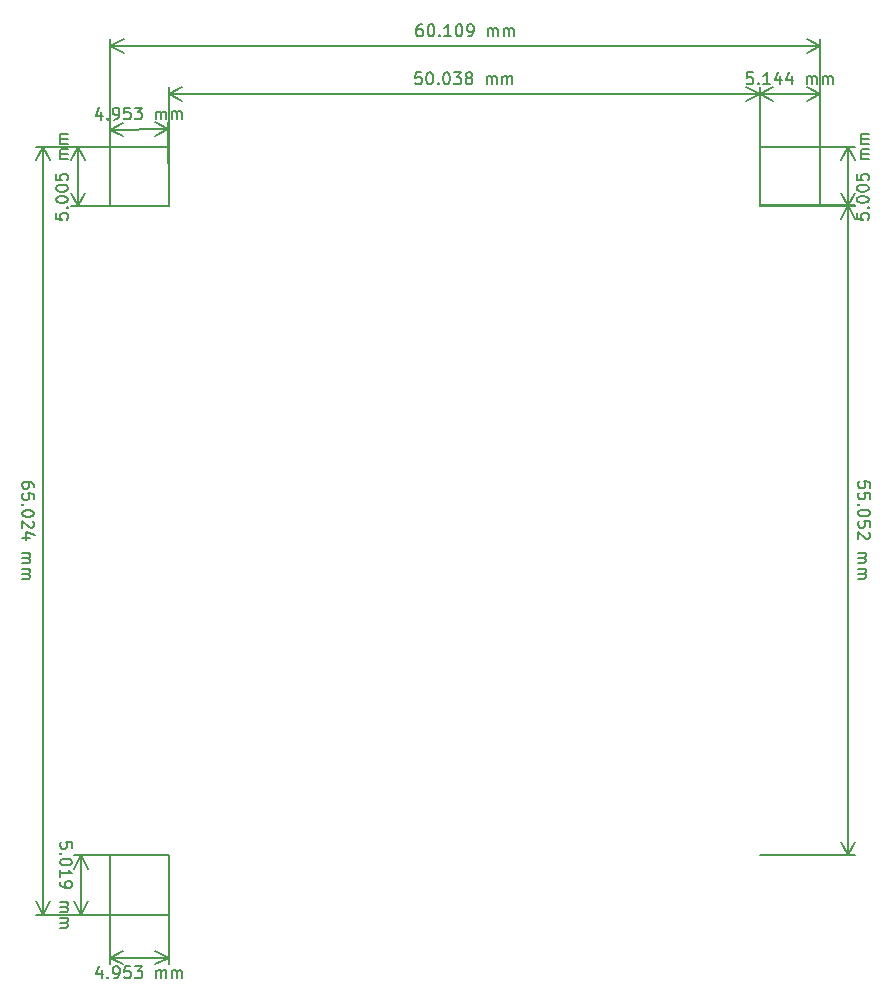
<source format=gbr>
G04 #@! TF.GenerationSoftware,KiCad,Pcbnew,(5.1.2-1)-1*
G04 #@! TF.CreationDate,2019-06-15T18:23:21+02:00*
G04 #@! TF.ProjectId,laser_control,6c617365-725f-4636-9f6e-74726f6c2e6b,rev?*
G04 #@! TF.SameCoordinates,Original*
G04 #@! TF.FileFunction,Drawing*
%FSLAX46Y46*%
G04 Gerber Fmt 4.6, Leading zero omitted, Abs format (unit mm)*
G04 Created by KiCad (PCBNEW (5.1.2-1)-1) date 2019-06-15 18:23:21*
%MOMM*%
%LPD*%
G04 APERTURE LIST*
%ADD10C,0.150000*%
G04 APERTURE END LIST*
D10*
X161407380Y-67240357D02*
X161407380Y-67716547D01*
X161883571Y-67764166D01*
X161835952Y-67716547D01*
X161788333Y-67621309D01*
X161788333Y-67383214D01*
X161835952Y-67287976D01*
X161883571Y-67240357D01*
X161978809Y-67192738D01*
X162216904Y-67192738D01*
X162312142Y-67240357D01*
X162359761Y-67287976D01*
X162407380Y-67383214D01*
X162407380Y-67621309D01*
X162359761Y-67716547D01*
X162312142Y-67764166D01*
X162312142Y-66764166D02*
X162359761Y-66716547D01*
X162407380Y-66764166D01*
X162359761Y-66811785D01*
X162312142Y-66764166D01*
X162407380Y-66764166D01*
X161407380Y-66097500D02*
X161407380Y-66002261D01*
X161455000Y-65907023D01*
X161502619Y-65859404D01*
X161597857Y-65811785D01*
X161788333Y-65764166D01*
X162026428Y-65764166D01*
X162216904Y-65811785D01*
X162312142Y-65859404D01*
X162359761Y-65907023D01*
X162407380Y-66002261D01*
X162407380Y-66097500D01*
X162359761Y-66192738D01*
X162312142Y-66240357D01*
X162216904Y-66287976D01*
X162026428Y-66335595D01*
X161788333Y-66335595D01*
X161597857Y-66287976D01*
X161502619Y-66240357D01*
X161455000Y-66192738D01*
X161407380Y-66097500D01*
X161407380Y-65145119D02*
X161407380Y-65049880D01*
X161455000Y-64954642D01*
X161502619Y-64907023D01*
X161597857Y-64859404D01*
X161788333Y-64811785D01*
X162026428Y-64811785D01*
X162216904Y-64859404D01*
X162312142Y-64907023D01*
X162359761Y-64954642D01*
X162407380Y-65049880D01*
X162407380Y-65145119D01*
X162359761Y-65240357D01*
X162312142Y-65287976D01*
X162216904Y-65335595D01*
X162026428Y-65383214D01*
X161788333Y-65383214D01*
X161597857Y-65335595D01*
X161502619Y-65287976D01*
X161455000Y-65240357D01*
X161407380Y-65145119D01*
X161407380Y-63907023D02*
X161407380Y-64383214D01*
X161883571Y-64430833D01*
X161835952Y-64383214D01*
X161788333Y-64287976D01*
X161788333Y-64049880D01*
X161835952Y-63954642D01*
X161883571Y-63907023D01*
X161978809Y-63859404D01*
X162216904Y-63859404D01*
X162312142Y-63907023D01*
X162359761Y-63954642D01*
X162407380Y-64049880D01*
X162407380Y-64287976D01*
X162359761Y-64383214D01*
X162312142Y-64430833D01*
X162407380Y-62668928D02*
X161740714Y-62668928D01*
X161835952Y-62668928D02*
X161788333Y-62621309D01*
X161740714Y-62526071D01*
X161740714Y-62383214D01*
X161788333Y-62287976D01*
X161883571Y-62240357D01*
X162407380Y-62240357D01*
X161883571Y-62240357D02*
X161788333Y-62192738D01*
X161740714Y-62097500D01*
X161740714Y-61954642D01*
X161788333Y-61859404D01*
X161883571Y-61811785D01*
X162407380Y-61811785D01*
X162407380Y-61335595D02*
X161740714Y-61335595D01*
X161835952Y-61335595D02*
X161788333Y-61287976D01*
X161740714Y-61192738D01*
X161740714Y-61049880D01*
X161788333Y-60954642D01*
X161883571Y-60907023D01*
X162407380Y-60907023D01*
X161883571Y-60907023D02*
X161788333Y-60859404D01*
X161740714Y-60764166D01*
X161740714Y-60621309D01*
X161788333Y-60526071D01*
X161883571Y-60478452D01*
X162407380Y-60478452D01*
X160655000Y-66600000D02*
X160655000Y-61595000D01*
X153162000Y-66600000D02*
X161241421Y-66600000D01*
X153162000Y-61595000D02*
X161241421Y-61595000D01*
X160655000Y-61595000D02*
X161241421Y-62721504D01*
X160655000Y-61595000D02*
X160068579Y-62721504D01*
X160655000Y-66600000D02*
X161241421Y-65473496D01*
X160655000Y-66600000D02*
X160068579Y-65473496D01*
X152590892Y-55302380D02*
X152114702Y-55302380D01*
X152067083Y-55778571D01*
X152114702Y-55730952D01*
X152209940Y-55683333D01*
X152448035Y-55683333D01*
X152543273Y-55730952D01*
X152590892Y-55778571D01*
X152638511Y-55873809D01*
X152638511Y-56111904D01*
X152590892Y-56207142D01*
X152543273Y-56254761D01*
X152448035Y-56302380D01*
X152209940Y-56302380D01*
X152114702Y-56254761D01*
X152067083Y-56207142D01*
X153067083Y-56207142D02*
X153114702Y-56254761D01*
X153067083Y-56302380D01*
X153019464Y-56254761D01*
X153067083Y-56207142D01*
X153067083Y-56302380D01*
X154067083Y-56302380D02*
X153495654Y-56302380D01*
X153781369Y-56302380D02*
X153781369Y-55302380D01*
X153686130Y-55445238D01*
X153590892Y-55540476D01*
X153495654Y-55588095D01*
X154924226Y-55635714D02*
X154924226Y-56302380D01*
X154686130Y-55254761D02*
X154448035Y-55969047D01*
X155067083Y-55969047D01*
X155876607Y-55635714D02*
X155876607Y-56302380D01*
X155638511Y-55254761D02*
X155400416Y-55969047D01*
X156019464Y-55969047D01*
X157162321Y-56302380D02*
X157162321Y-55635714D01*
X157162321Y-55730952D02*
X157209940Y-55683333D01*
X157305178Y-55635714D01*
X157448035Y-55635714D01*
X157543273Y-55683333D01*
X157590892Y-55778571D01*
X157590892Y-56302380D01*
X157590892Y-55778571D02*
X157638511Y-55683333D01*
X157733750Y-55635714D01*
X157876607Y-55635714D01*
X157971845Y-55683333D01*
X158019464Y-55778571D01*
X158019464Y-56302380D01*
X158495654Y-56302380D02*
X158495654Y-55635714D01*
X158495654Y-55730952D02*
X158543273Y-55683333D01*
X158638511Y-55635714D01*
X158781369Y-55635714D01*
X158876607Y-55683333D01*
X158924226Y-55778571D01*
X158924226Y-56302380D01*
X158924226Y-55778571D02*
X158971845Y-55683333D01*
X159067083Y-55635714D01*
X159209940Y-55635714D01*
X159305178Y-55683333D01*
X159352797Y-55778571D01*
X159352797Y-56302380D01*
X153162000Y-57150000D02*
X158305500Y-57150000D01*
X153162000Y-66548000D02*
X153162000Y-56563579D01*
X158305500Y-66548000D02*
X158305500Y-56563579D01*
X158305500Y-57150000D02*
X157178996Y-57736421D01*
X158305500Y-57150000D02*
X157178996Y-56563579D01*
X153162000Y-57150000D02*
X154288504Y-57736421D01*
X153162000Y-57150000D02*
X154288504Y-56563579D01*
X97457023Y-131324214D02*
X97457023Y-131990880D01*
X97218928Y-130943261D02*
X96980833Y-131657547D01*
X97599880Y-131657547D01*
X97980833Y-131895642D02*
X98028452Y-131943261D01*
X97980833Y-131990880D01*
X97933214Y-131943261D01*
X97980833Y-131895642D01*
X97980833Y-131990880D01*
X98504642Y-131990880D02*
X98695119Y-131990880D01*
X98790357Y-131943261D01*
X98837976Y-131895642D01*
X98933214Y-131752785D01*
X98980833Y-131562309D01*
X98980833Y-131181357D01*
X98933214Y-131086119D01*
X98885595Y-131038500D01*
X98790357Y-130990880D01*
X98599880Y-130990880D01*
X98504642Y-131038500D01*
X98457023Y-131086119D01*
X98409404Y-131181357D01*
X98409404Y-131419452D01*
X98457023Y-131514690D01*
X98504642Y-131562309D01*
X98599880Y-131609928D01*
X98790357Y-131609928D01*
X98885595Y-131562309D01*
X98933214Y-131514690D01*
X98980833Y-131419452D01*
X99885595Y-130990880D02*
X99409404Y-130990880D01*
X99361785Y-131467071D01*
X99409404Y-131419452D01*
X99504642Y-131371833D01*
X99742738Y-131371833D01*
X99837976Y-131419452D01*
X99885595Y-131467071D01*
X99933214Y-131562309D01*
X99933214Y-131800404D01*
X99885595Y-131895642D01*
X99837976Y-131943261D01*
X99742738Y-131990880D01*
X99504642Y-131990880D01*
X99409404Y-131943261D01*
X99361785Y-131895642D01*
X100266547Y-130990880D02*
X100885595Y-130990880D01*
X100552261Y-131371833D01*
X100695119Y-131371833D01*
X100790357Y-131419452D01*
X100837976Y-131467071D01*
X100885595Y-131562309D01*
X100885595Y-131800404D01*
X100837976Y-131895642D01*
X100790357Y-131943261D01*
X100695119Y-131990880D01*
X100409404Y-131990880D01*
X100314166Y-131943261D01*
X100266547Y-131895642D01*
X102076071Y-131990880D02*
X102076071Y-131324214D01*
X102076071Y-131419452D02*
X102123690Y-131371833D01*
X102218928Y-131324214D01*
X102361785Y-131324214D01*
X102457023Y-131371833D01*
X102504642Y-131467071D01*
X102504642Y-131990880D01*
X102504642Y-131467071D02*
X102552261Y-131371833D01*
X102647500Y-131324214D01*
X102790357Y-131324214D01*
X102885595Y-131371833D01*
X102933214Y-131467071D01*
X102933214Y-131990880D01*
X103409404Y-131990880D02*
X103409404Y-131324214D01*
X103409404Y-131419452D02*
X103457023Y-131371833D01*
X103552261Y-131324214D01*
X103695119Y-131324214D01*
X103790357Y-131371833D01*
X103837976Y-131467071D01*
X103837976Y-131990880D01*
X103837976Y-131467071D02*
X103885595Y-131371833D01*
X103980833Y-131324214D01*
X104123690Y-131324214D01*
X104218928Y-131371833D01*
X104266547Y-131467071D01*
X104266547Y-131990880D01*
X103124000Y-130238500D02*
X98171000Y-130238500D01*
X103124000Y-121600000D02*
X103124000Y-130824921D01*
X98171000Y-121600000D02*
X98171000Y-130824921D01*
X98171000Y-130238500D02*
X99297504Y-129652079D01*
X98171000Y-130238500D02*
X99297504Y-130824921D01*
X103124000Y-130238500D02*
X101997496Y-129652079D01*
X103124000Y-130238500D02*
X101997496Y-130824921D01*
X94942119Y-120966642D02*
X94942119Y-120490452D01*
X94465928Y-120442833D01*
X94513547Y-120490452D01*
X94561166Y-120585690D01*
X94561166Y-120823785D01*
X94513547Y-120919023D01*
X94465928Y-120966642D01*
X94370690Y-121014261D01*
X94132595Y-121014261D01*
X94037357Y-120966642D01*
X93989738Y-120919023D01*
X93942119Y-120823785D01*
X93942119Y-120585690D01*
X93989738Y-120490452D01*
X94037357Y-120442833D01*
X94037357Y-121442833D02*
X93989738Y-121490452D01*
X93942119Y-121442833D01*
X93989738Y-121395214D01*
X94037357Y-121442833D01*
X93942119Y-121442833D01*
X94942119Y-122109500D02*
X94942119Y-122204738D01*
X94894500Y-122299976D01*
X94846880Y-122347595D01*
X94751642Y-122395214D01*
X94561166Y-122442833D01*
X94323071Y-122442833D01*
X94132595Y-122395214D01*
X94037357Y-122347595D01*
X93989738Y-122299976D01*
X93942119Y-122204738D01*
X93942119Y-122109500D01*
X93989738Y-122014261D01*
X94037357Y-121966642D01*
X94132595Y-121919023D01*
X94323071Y-121871404D01*
X94561166Y-121871404D01*
X94751642Y-121919023D01*
X94846880Y-121966642D01*
X94894500Y-122014261D01*
X94942119Y-122109500D01*
X93942119Y-123395214D02*
X93942119Y-122823785D01*
X93942119Y-123109500D02*
X94942119Y-123109500D01*
X94799261Y-123014261D01*
X94704023Y-122919023D01*
X94656404Y-122823785D01*
X93942119Y-123871404D02*
X93942119Y-124061880D01*
X93989738Y-124157119D01*
X94037357Y-124204738D01*
X94180214Y-124299976D01*
X94370690Y-124347595D01*
X94751642Y-124347595D01*
X94846880Y-124299976D01*
X94894500Y-124252357D01*
X94942119Y-124157119D01*
X94942119Y-123966642D01*
X94894500Y-123871404D01*
X94846880Y-123823785D01*
X94751642Y-123776166D01*
X94513547Y-123776166D01*
X94418309Y-123823785D01*
X94370690Y-123871404D01*
X94323071Y-123966642D01*
X94323071Y-124157119D01*
X94370690Y-124252357D01*
X94418309Y-124299976D01*
X94513547Y-124347595D01*
X93942119Y-125538071D02*
X94608785Y-125538071D01*
X94513547Y-125538071D02*
X94561166Y-125585690D01*
X94608785Y-125680928D01*
X94608785Y-125823785D01*
X94561166Y-125919023D01*
X94465928Y-125966642D01*
X93942119Y-125966642D01*
X94465928Y-125966642D02*
X94561166Y-126014261D01*
X94608785Y-126109500D01*
X94608785Y-126252357D01*
X94561166Y-126347595D01*
X94465928Y-126395214D01*
X93942119Y-126395214D01*
X93942119Y-126871404D02*
X94608785Y-126871404D01*
X94513547Y-126871404D02*
X94561166Y-126919023D01*
X94608785Y-127014261D01*
X94608785Y-127157119D01*
X94561166Y-127252357D01*
X94465928Y-127299976D01*
X93942119Y-127299976D01*
X94465928Y-127299976D02*
X94561166Y-127347595D01*
X94608785Y-127442833D01*
X94608785Y-127585690D01*
X94561166Y-127680928D01*
X94465928Y-127728547D01*
X93942119Y-127728547D01*
X95694500Y-121600000D02*
X95694500Y-126619000D01*
X103124000Y-121600000D02*
X95108079Y-121600000D01*
X103124000Y-126619000D02*
X95108079Y-126619000D01*
X95694500Y-126619000D02*
X95108079Y-125492496D01*
X95694500Y-126619000D02*
X96280921Y-125492496D01*
X95694500Y-121600000D02*
X95108079Y-122726504D01*
X95694500Y-121600000D02*
X96280921Y-122726504D01*
X93592880Y-67240357D02*
X93592880Y-67716547D01*
X94069071Y-67764166D01*
X94021452Y-67716547D01*
X93973833Y-67621309D01*
X93973833Y-67383214D01*
X94021452Y-67287976D01*
X94069071Y-67240357D01*
X94164309Y-67192738D01*
X94402404Y-67192738D01*
X94497642Y-67240357D01*
X94545261Y-67287976D01*
X94592880Y-67383214D01*
X94592880Y-67621309D01*
X94545261Y-67716547D01*
X94497642Y-67764166D01*
X94497642Y-66764166D02*
X94545261Y-66716547D01*
X94592880Y-66764166D01*
X94545261Y-66811785D01*
X94497642Y-66764166D01*
X94592880Y-66764166D01*
X93592880Y-66097500D02*
X93592880Y-66002261D01*
X93640500Y-65907023D01*
X93688119Y-65859404D01*
X93783357Y-65811785D01*
X93973833Y-65764166D01*
X94211928Y-65764166D01*
X94402404Y-65811785D01*
X94497642Y-65859404D01*
X94545261Y-65907023D01*
X94592880Y-66002261D01*
X94592880Y-66097500D01*
X94545261Y-66192738D01*
X94497642Y-66240357D01*
X94402404Y-66287976D01*
X94211928Y-66335595D01*
X93973833Y-66335595D01*
X93783357Y-66287976D01*
X93688119Y-66240357D01*
X93640500Y-66192738D01*
X93592880Y-66097500D01*
X93592880Y-65145119D02*
X93592880Y-65049880D01*
X93640500Y-64954642D01*
X93688119Y-64907023D01*
X93783357Y-64859404D01*
X93973833Y-64811785D01*
X94211928Y-64811785D01*
X94402404Y-64859404D01*
X94497642Y-64907023D01*
X94545261Y-64954642D01*
X94592880Y-65049880D01*
X94592880Y-65145119D01*
X94545261Y-65240357D01*
X94497642Y-65287976D01*
X94402404Y-65335595D01*
X94211928Y-65383214D01*
X93973833Y-65383214D01*
X93783357Y-65335595D01*
X93688119Y-65287976D01*
X93640500Y-65240357D01*
X93592880Y-65145119D01*
X93592880Y-63907023D02*
X93592880Y-64383214D01*
X94069071Y-64430833D01*
X94021452Y-64383214D01*
X93973833Y-64287976D01*
X93973833Y-64049880D01*
X94021452Y-63954642D01*
X94069071Y-63907023D01*
X94164309Y-63859404D01*
X94402404Y-63859404D01*
X94497642Y-63907023D01*
X94545261Y-63954642D01*
X94592880Y-64049880D01*
X94592880Y-64287976D01*
X94545261Y-64383214D01*
X94497642Y-64430833D01*
X94592880Y-62668928D02*
X93926214Y-62668928D01*
X94021452Y-62668928D02*
X93973833Y-62621309D01*
X93926214Y-62526071D01*
X93926214Y-62383214D01*
X93973833Y-62287976D01*
X94069071Y-62240357D01*
X94592880Y-62240357D01*
X94069071Y-62240357D02*
X93973833Y-62192738D01*
X93926214Y-62097500D01*
X93926214Y-61954642D01*
X93973833Y-61859404D01*
X94069071Y-61811785D01*
X94592880Y-61811785D01*
X94592880Y-61335595D02*
X93926214Y-61335595D01*
X94021452Y-61335595D02*
X93973833Y-61287976D01*
X93926214Y-61192738D01*
X93926214Y-61049880D01*
X93973833Y-60954642D01*
X94069071Y-60907023D01*
X94592880Y-60907023D01*
X94069071Y-60907023D02*
X93973833Y-60859404D01*
X93926214Y-60764166D01*
X93926214Y-60621309D01*
X93973833Y-60526071D01*
X94069071Y-60478452D01*
X94592880Y-60478452D01*
X95440500Y-66600000D02*
X95440500Y-61595000D01*
X103124000Y-66600000D02*
X94854079Y-66600000D01*
X103124000Y-61595000D02*
X94854079Y-61595000D01*
X95440500Y-61595000D02*
X96026921Y-62721504D01*
X95440500Y-61595000D02*
X94854079Y-62721504D01*
X95440500Y-66600000D02*
X96026921Y-65473496D01*
X95440500Y-66600000D02*
X94854079Y-65473496D01*
X97438478Y-58621893D02*
X97440026Y-59288558D01*
X97199499Y-58241495D02*
X96963063Y-58956331D01*
X97582109Y-58954894D01*
X97963613Y-59192104D02*
X98011343Y-59239612D01*
X97963834Y-59287342D01*
X97916105Y-59239833D01*
X97963613Y-59192104D01*
X97963834Y-59287342D01*
X98487642Y-59286126D02*
X98678118Y-59285683D01*
X98773245Y-59237843D01*
X98820754Y-59190114D01*
X98915660Y-59047036D01*
X98962837Y-58856450D01*
X98961952Y-58475498D01*
X98914112Y-58380371D01*
X98866383Y-58332863D01*
X98771034Y-58285465D01*
X98580558Y-58285907D01*
X98485431Y-58333747D01*
X98437923Y-58381477D01*
X98390525Y-58476825D01*
X98391078Y-58714920D01*
X98438918Y-58810047D01*
X98486647Y-58857555D01*
X98581996Y-58904953D01*
X98772471Y-58904511D01*
X98867599Y-58856671D01*
X98915107Y-58808941D01*
X98962505Y-58713593D01*
X99866269Y-58282922D02*
X99390080Y-58284028D01*
X99343567Y-58760327D01*
X99391075Y-58712598D01*
X99486202Y-58664758D01*
X99724297Y-58664205D01*
X99819645Y-58711603D01*
X99867375Y-58759111D01*
X99915215Y-58854238D01*
X99915768Y-59092333D01*
X99868370Y-59187681D01*
X99820862Y-59235411D01*
X99725734Y-59283251D01*
X99487640Y-59283804D01*
X99392291Y-59236406D01*
X99344562Y-59188898D01*
X100247221Y-58282037D02*
X100866267Y-58280600D01*
X100533819Y-58662325D01*
X100676675Y-58661994D01*
X100772024Y-58709392D01*
X100819753Y-58756900D01*
X100867593Y-58852027D01*
X100868146Y-59090122D01*
X100820748Y-59185470D01*
X100773240Y-59233200D01*
X100678113Y-59281040D01*
X100392399Y-59281703D01*
X100297051Y-59234305D01*
X100249321Y-59186797D01*
X102059061Y-59277833D02*
X102057514Y-58611168D01*
X102057735Y-58706406D02*
X102105243Y-58658677D01*
X102200370Y-58610837D01*
X102343227Y-58610505D01*
X102438575Y-58657903D01*
X102486416Y-58753030D01*
X102487632Y-59276838D01*
X102486416Y-58753030D02*
X102533813Y-58657682D01*
X102628941Y-58609842D01*
X102771797Y-58609510D01*
X102867146Y-58656908D01*
X102914986Y-58752035D01*
X102916202Y-59275843D01*
X103392391Y-59274738D02*
X103390843Y-58608073D01*
X103391064Y-58703311D02*
X103438573Y-58655581D01*
X103533700Y-58607741D01*
X103676557Y-58607409D01*
X103771905Y-58654807D01*
X103819745Y-58749934D01*
X103820961Y-59273743D01*
X103819745Y-58749934D02*
X103867143Y-58654586D01*
X103962270Y-58606746D01*
X104105127Y-58606414D01*
X104200475Y-58653812D01*
X104248316Y-58748939D01*
X104249532Y-59272747D01*
X103108962Y-60123017D02*
X98155962Y-60134517D01*
X103124000Y-66600000D02*
X103107600Y-59536598D01*
X98171000Y-66611500D02*
X98154600Y-59548098D01*
X98155962Y-60134517D02*
X99281101Y-59545482D01*
X98155962Y-60134517D02*
X99283824Y-60718321D01*
X103108962Y-60123017D02*
X101981100Y-59539213D01*
X103108962Y-60123017D02*
X101983823Y-60712052D01*
X162502619Y-90454952D02*
X162502619Y-89978761D01*
X162026428Y-89931142D01*
X162074047Y-89978761D01*
X162121666Y-90074000D01*
X162121666Y-90312095D01*
X162074047Y-90407333D01*
X162026428Y-90454952D01*
X161931190Y-90502571D01*
X161693095Y-90502571D01*
X161597857Y-90454952D01*
X161550238Y-90407333D01*
X161502619Y-90312095D01*
X161502619Y-90074000D01*
X161550238Y-89978761D01*
X161597857Y-89931142D01*
X162502619Y-91407333D02*
X162502619Y-90931142D01*
X162026428Y-90883523D01*
X162074047Y-90931142D01*
X162121666Y-91026380D01*
X162121666Y-91264476D01*
X162074047Y-91359714D01*
X162026428Y-91407333D01*
X161931190Y-91454952D01*
X161693095Y-91454952D01*
X161597857Y-91407333D01*
X161550238Y-91359714D01*
X161502619Y-91264476D01*
X161502619Y-91026380D01*
X161550238Y-90931142D01*
X161597857Y-90883523D01*
X161597857Y-91883523D02*
X161550238Y-91931142D01*
X161502619Y-91883523D01*
X161550238Y-91835904D01*
X161597857Y-91883523D01*
X161502619Y-91883523D01*
X162502619Y-92550190D02*
X162502619Y-92645428D01*
X162455000Y-92740666D01*
X162407380Y-92788285D01*
X162312142Y-92835904D01*
X162121666Y-92883523D01*
X161883571Y-92883523D01*
X161693095Y-92835904D01*
X161597857Y-92788285D01*
X161550238Y-92740666D01*
X161502619Y-92645428D01*
X161502619Y-92550190D01*
X161550238Y-92454952D01*
X161597857Y-92407333D01*
X161693095Y-92359714D01*
X161883571Y-92312095D01*
X162121666Y-92312095D01*
X162312142Y-92359714D01*
X162407380Y-92407333D01*
X162455000Y-92454952D01*
X162502619Y-92550190D01*
X162502619Y-93788285D02*
X162502619Y-93312095D01*
X162026428Y-93264476D01*
X162074047Y-93312095D01*
X162121666Y-93407333D01*
X162121666Y-93645428D01*
X162074047Y-93740666D01*
X162026428Y-93788285D01*
X161931190Y-93835904D01*
X161693095Y-93835904D01*
X161597857Y-93788285D01*
X161550238Y-93740666D01*
X161502619Y-93645428D01*
X161502619Y-93407333D01*
X161550238Y-93312095D01*
X161597857Y-93264476D01*
X162407380Y-94216857D02*
X162455000Y-94264476D01*
X162502619Y-94359714D01*
X162502619Y-94597809D01*
X162455000Y-94693047D01*
X162407380Y-94740666D01*
X162312142Y-94788285D01*
X162216904Y-94788285D01*
X162074047Y-94740666D01*
X161502619Y-94169238D01*
X161502619Y-94788285D01*
X161502619Y-95978761D02*
X162169285Y-95978761D01*
X162074047Y-95978761D02*
X162121666Y-96026380D01*
X162169285Y-96121619D01*
X162169285Y-96264476D01*
X162121666Y-96359714D01*
X162026428Y-96407333D01*
X161502619Y-96407333D01*
X162026428Y-96407333D02*
X162121666Y-96454952D01*
X162169285Y-96550190D01*
X162169285Y-96693047D01*
X162121666Y-96788285D01*
X162026428Y-96835904D01*
X161502619Y-96835904D01*
X161502619Y-97312095D02*
X162169285Y-97312095D01*
X162074047Y-97312095D02*
X162121666Y-97359714D01*
X162169285Y-97454952D01*
X162169285Y-97597809D01*
X162121666Y-97693047D01*
X162026428Y-97740666D01*
X161502619Y-97740666D01*
X162026428Y-97740666D02*
X162121666Y-97788285D01*
X162169285Y-97883523D01*
X162169285Y-98026380D01*
X162121666Y-98121619D01*
X162026428Y-98169238D01*
X161502619Y-98169238D01*
X160655000Y-66548000D02*
X160655000Y-121600000D01*
X153162000Y-66548000D02*
X161241421Y-66548000D01*
X153162000Y-121600000D02*
X161241421Y-121600000D01*
X160655000Y-121600000D02*
X160068579Y-120473496D01*
X160655000Y-121600000D02*
X161241421Y-120473496D01*
X160655000Y-66548000D02*
X160068579Y-67674504D01*
X160655000Y-66548000D02*
X161241421Y-67674504D01*
X124523952Y-55302354D02*
X124047761Y-55302354D01*
X124000142Y-55778545D01*
X124047761Y-55730926D01*
X124143000Y-55683307D01*
X124381095Y-55683307D01*
X124476333Y-55730926D01*
X124523952Y-55778545D01*
X124571571Y-55873783D01*
X124571571Y-56111878D01*
X124523952Y-56207116D01*
X124476333Y-56254735D01*
X124381095Y-56302354D01*
X124143000Y-56302354D01*
X124047761Y-56254735D01*
X124000142Y-56207116D01*
X125190619Y-55302354D02*
X125285857Y-55302354D01*
X125381095Y-55349974D01*
X125428714Y-55397593D01*
X125476333Y-55492831D01*
X125523952Y-55683307D01*
X125523952Y-55921402D01*
X125476333Y-56111878D01*
X125428714Y-56207116D01*
X125381095Y-56254735D01*
X125285857Y-56302354D01*
X125190619Y-56302354D01*
X125095380Y-56254735D01*
X125047761Y-56207116D01*
X125000142Y-56111878D01*
X124952523Y-55921402D01*
X124952523Y-55683307D01*
X125000142Y-55492831D01*
X125047761Y-55397593D01*
X125095380Y-55349974D01*
X125190619Y-55302354D01*
X125952523Y-56207116D02*
X126000142Y-56254735D01*
X125952523Y-56302354D01*
X125904904Y-56254735D01*
X125952523Y-56207116D01*
X125952523Y-56302354D01*
X126619190Y-55302354D02*
X126714428Y-55302354D01*
X126809666Y-55349974D01*
X126857285Y-55397593D01*
X126904904Y-55492831D01*
X126952523Y-55683307D01*
X126952523Y-55921402D01*
X126904904Y-56111878D01*
X126857285Y-56207116D01*
X126809666Y-56254735D01*
X126714428Y-56302354D01*
X126619190Y-56302354D01*
X126523952Y-56254735D01*
X126476333Y-56207116D01*
X126428714Y-56111878D01*
X126381095Y-55921402D01*
X126381095Y-55683307D01*
X126428714Y-55492831D01*
X126476333Y-55397593D01*
X126523952Y-55349974D01*
X126619190Y-55302354D01*
X127285857Y-55302354D02*
X127904904Y-55302354D01*
X127571571Y-55683307D01*
X127714428Y-55683307D01*
X127809666Y-55730926D01*
X127857285Y-55778545D01*
X127904904Y-55873783D01*
X127904904Y-56111878D01*
X127857285Y-56207116D01*
X127809666Y-56254735D01*
X127714428Y-56302354D01*
X127428714Y-56302354D01*
X127333476Y-56254735D01*
X127285857Y-56207116D01*
X128476333Y-55730926D02*
X128381095Y-55683307D01*
X128333476Y-55635688D01*
X128285857Y-55540450D01*
X128285857Y-55492831D01*
X128333476Y-55397593D01*
X128381095Y-55349974D01*
X128476333Y-55302354D01*
X128666809Y-55302354D01*
X128762047Y-55349974D01*
X128809666Y-55397593D01*
X128857285Y-55492831D01*
X128857285Y-55540450D01*
X128809666Y-55635688D01*
X128762047Y-55683307D01*
X128666809Y-55730926D01*
X128476333Y-55730926D01*
X128381095Y-55778545D01*
X128333476Y-55826164D01*
X128285857Y-55921402D01*
X128285857Y-56111878D01*
X128333476Y-56207116D01*
X128381095Y-56254735D01*
X128476333Y-56302354D01*
X128666809Y-56302354D01*
X128762047Y-56254735D01*
X128809666Y-56207116D01*
X128857285Y-56111878D01*
X128857285Y-55921402D01*
X128809666Y-55826164D01*
X128762047Y-55778545D01*
X128666809Y-55730926D01*
X130047761Y-56302354D02*
X130047761Y-55635688D01*
X130047761Y-55730926D02*
X130095380Y-55683307D01*
X130190619Y-55635688D01*
X130333476Y-55635688D01*
X130428714Y-55683307D01*
X130476333Y-55778545D01*
X130476333Y-56302354D01*
X130476333Y-55778545D02*
X130523952Y-55683307D01*
X130619190Y-55635688D01*
X130762047Y-55635688D01*
X130857285Y-55683307D01*
X130904904Y-55778545D01*
X130904904Y-56302354D01*
X131381095Y-56302354D02*
X131381095Y-55635688D01*
X131381095Y-55730926D02*
X131428714Y-55683307D01*
X131523952Y-55635688D01*
X131666809Y-55635688D01*
X131762047Y-55683307D01*
X131809666Y-55778545D01*
X131809666Y-56302354D01*
X131809666Y-55778545D02*
X131857285Y-55683307D01*
X131952523Y-55635688D01*
X132095380Y-55635688D01*
X132190619Y-55683307D01*
X132238238Y-55778545D01*
X132238238Y-56302354D01*
X103124000Y-57149974D02*
X153162000Y-57149974D01*
X103124000Y-66294000D02*
X103124000Y-56563553D01*
X153162000Y-66294000D02*
X153162000Y-56563553D01*
X153162000Y-57149974D02*
X152035496Y-57736395D01*
X153162000Y-57149974D02*
X152035496Y-56563553D01*
X103124000Y-57149974D02*
X104250504Y-57736395D01*
X103124000Y-57149974D02*
X104250504Y-56563553D01*
X91729020Y-90440333D02*
X91729020Y-90249857D01*
X91681401Y-90154619D01*
X91633781Y-90107000D01*
X91490924Y-90011761D01*
X91300448Y-89964142D01*
X90919496Y-89964142D01*
X90824258Y-90011761D01*
X90776639Y-90059380D01*
X90729020Y-90154619D01*
X90729020Y-90345095D01*
X90776639Y-90440333D01*
X90824258Y-90487952D01*
X90919496Y-90535571D01*
X91157591Y-90535571D01*
X91252829Y-90487952D01*
X91300448Y-90440333D01*
X91348067Y-90345095D01*
X91348067Y-90154619D01*
X91300448Y-90059380D01*
X91252829Y-90011761D01*
X91157591Y-89964142D01*
X91729020Y-91440333D02*
X91729020Y-90964142D01*
X91252829Y-90916523D01*
X91300448Y-90964142D01*
X91348067Y-91059380D01*
X91348067Y-91297476D01*
X91300448Y-91392714D01*
X91252829Y-91440333D01*
X91157591Y-91487952D01*
X90919496Y-91487952D01*
X90824258Y-91440333D01*
X90776639Y-91392714D01*
X90729020Y-91297476D01*
X90729020Y-91059380D01*
X90776639Y-90964142D01*
X90824258Y-90916523D01*
X90824258Y-91916523D02*
X90776639Y-91964142D01*
X90729020Y-91916523D01*
X90776639Y-91868904D01*
X90824258Y-91916523D01*
X90729020Y-91916523D01*
X91729020Y-92583190D02*
X91729020Y-92678428D01*
X91681401Y-92773666D01*
X91633781Y-92821285D01*
X91538543Y-92868904D01*
X91348067Y-92916523D01*
X91109972Y-92916523D01*
X90919496Y-92868904D01*
X90824258Y-92821285D01*
X90776639Y-92773666D01*
X90729020Y-92678428D01*
X90729020Y-92583190D01*
X90776639Y-92487952D01*
X90824258Y-92440333D01*
X90919496Y-92392714D01*
X91109972Y-92345095D01*
X91348067Y-92345095D01*
X91538543Y-92392714D01*
X91633781Y-92440333D01*
X91681401Y-92487952D01*
X91729020Y-92583190D01*
X91633781Y-93297476D02*
X91681401Y-93345095D01*
X91729020Y-93440333D01*
X91729020Y-93678428D01*
X91681401Y-93773666D01*
X91633781Y-93821285D01*
X91538543Y-93868904D01*
X91443305Y-93868904D01*
X91300448Y-93821285D01*
X90729020Y-93249857D01*
X90729020Y-93868904D01*
X91395686Y-94726047D02*
X90729020Y-94726047D01*
X91776639Y-94487952D02*
X91062353Y-94249857D01*
X91062353Y-94868904D01*
X90729020Y-96011761D02*
X91395686Y-96011761D01*
X91300448Y-96011761D02*
X91348067Y-96059380D01*
X91395686Y-96154619D01*
X91395686Y-96297476D01*
X91348067Y-96392714D01*
X91252829Y-96440333D01*
X90729020Y-96440333D01*
X91252829Y-96440333D02*
X91348067Y-96487952D01*
X91395686Y-96583190D01*
X91395686Y-96726047D01*
X91348067Y-96821285D01*
X91252829Y-96868904D01*
X90729020Y-96868904D01*
X90729020Y-97345095D02*
X91395686Y-97345095D01*
X91300448Y-97345095D02*
X91348067Y-97392714D01*
X91395686Y-97487952D01*
X91395686Y-97630809D01*
X91348067Y-97726047D01*
X91252829Y-97773666D01*
X90729020Y-97773666D01*
X91252829Y-97773666D02*
X91348067Y-97821285D01*
X91395686Y-97916523D01*
X91395686Y-98059380D01*
X91348067Y-98154619D01*
X91252829Y-98202238D01*
X90729020Y-98202238D01*
X92481401Y-61595000D02*
X92481401Y-126619000D01*
X98171000Y-61595000D02*
X91894980Y-61595000D01*
X98171000Y-126619000D02*
X91894980Y-126619000D01*
X92481401Y-126619000D02*
X91894980Y-125492496D01*
X92481401Y-126619000D02*
X93067822Y-125492496D01*
X92481401Y-61595000D02*
X91894980Y-62721504D01*
X92481401Y-61595000D02*
X93067822Y-62721504D01*
X124584283Y-51238380D02*
X124393807Y-51238380D01*
X124298569Y-51286000D01*
X124250950Y-51333619D01*
X124155711Y-51476476D01*
X124108092Y-51666952D01*
X124108092Y-52047904D01*
X124155711Y-52143142D01*
X124203330Y-52190761D01*
X124298569Y-52238380D01*
X124489045Y-52238380D01*
X124584283Y-52190761D01*
X124631902Y-52143142D01*
X124679521Y-52047904D01*
X124679521Y-51809809D01*
X124631902Y-51714571D01*
X124584283Y-51666952D01*
X124489045Y-51619333D01*
X124298569Y-51619333D01*
X124203330Y-51666952D01*
X124155711Y-51714571D01*
X124108092Y-51809809D01*
X125298569Y-51238380D02*
X125393807Y-51238380D01*
X125489045Y-51286000D01*
X125536664Y-51333619D01*
X125584283Y-51428857D01*
X125631902Y-51619333D01*
X125631902Y-51857428D01*
X125584283Y-52047904D01*
X125536664Y-52143142D01*
X125489045Y-52190761D01*
X125393807Y-52238380D01*
X125298569Y-52238380D01*
X125203330Y-52190761D01*
X125155711Y-52143142D01*
X125108092Y-52047904D01*
X125060473Y-51857428D01*
X125060473Y-51619333D01*
X125108092Y-51428857D01*
X125155711Y-51333619D01*
X125203330Y-51286000D01*
X125298569Y-51238380D01*
X126060473Y-52143142D02*
X126108092Y-52190761D01*
X126060473Y-52238380D01*
X126012854Y-52190761D01*
X126060473Y-52143142D01*
X126060473Y-52238380D01*
X127060473Y-52238380D02*
X126489045Y-52238380D01*
X126774759Y-52238380D02*
X126774759Y-51238380D01*
X126679521Y-51381238D01*
X126584283Y-51476476D01*
X126489045Y-51524095D01*
X127679521Y-51238380D02*
X127774759Y-51238380D01*
X127869997Y-51286000D01*
X127917616Y-51333619D01*
X127965235Y-51428857D01*
X128012854Y-51619333D01*
X128012854Y-51857428D01*
X127965235Y-52047904D01*
X127917616Y-52143142D01*
X127869997Y-52190761D01*
X127774759Y-52238380D01*
X127679521Y-52238380D01*
X127584283Y-52190761D01*
X127536664Y-52143142D01*
X127489045Y-52047904D01*
X127441426Y-51857428D01*
X127441426Y-51619333D01*
X127489045Y-51428857D01*
X127536664Y-51333619D01*
X127584283Y-51286000D01*
X127679521Y-51238380D01*
X128489045Y-52238380D02*
X128679521Y-52238380D01*
X128774759Y-52190761D01*
X128822378Y-52143142D01*
X128917616Y-52000285D01*
X128965235Y-51809809D01*
X128965235Y-51428857D01*
X128917616Y-51333619D01*
X128869997Y-51286000D01*
X128774759Y-51238380D01*
X128584283Y-51238380D01*
X128489045Y-51286000D01*
X128441426Y-51333619D01*
X128393807Y-51428857D01*
X128393807Y-51666952D01*
X128441426Y-51762190D01*
X128489045Y-51809809D01*
X128584283Y-51857428D01*
X128774759Y-51857428D01*
X128869997Y-51809809D01*
X128917616Y-51762190D01*
X128965235Y-51666952D01*
X130155711Y-52238380D02*
X130155711Y-51571714D01*
X130155711Y-51666952D02*
X130203330Y-51619333D01*
X130298569Y-51571714D01*
X130441426Y-51571714D01*
X130536664Y-51619333D01*
X130584283Y-51714571D01*
X130584283Y-52238380D01*
X130584283Y-51714571D02*
X130631902Y-51619333D01*
X130727140Y-51571714D01*
X130869997Y-51571714D01*
X130965235Y-51619333D01*
X131012854Y-51714571D01*
X131012854Y-52238380D01*
X131489045Y-52238380D02*
X131489045Y-51571714D01*
X131489045Y-51666952D02*
X131536664Y-51619333D01*
X131631902Y-51571714D01*
X131774759Y-51571714D01*
X131869997Y-51619333D01*
X131917616Y-51714571D01*
X131917616Y-52238380D01*
X131917616Y-51714571D02*
X131965235Y-51619333D01*
X132060473Y-51571714D01*
X132203330Y-51571714D01*
X132298569Y-51619333D01*
X132346188Y-51714571D01*
X132346188Y-52238380D01*
X98196400Y-53086000D02*
X158305500Y-53086000D01*
X98196400Y-61595000D02*
X98196400Y-52499579D01*
X158305500Y-61595000D02*
X158305500Y-52499579D01*
X158305500Y-53086000D02*
X157178996Y-53672421D01*
X158305500Y-53086000D02*
X157178996Y-52499579D01*
X98196400Y-53086000D02*
X99322904Y-53672421D01*
X98196400Y-53086000D02*
X99322904Y-52499579D01*
M02*

</source>
